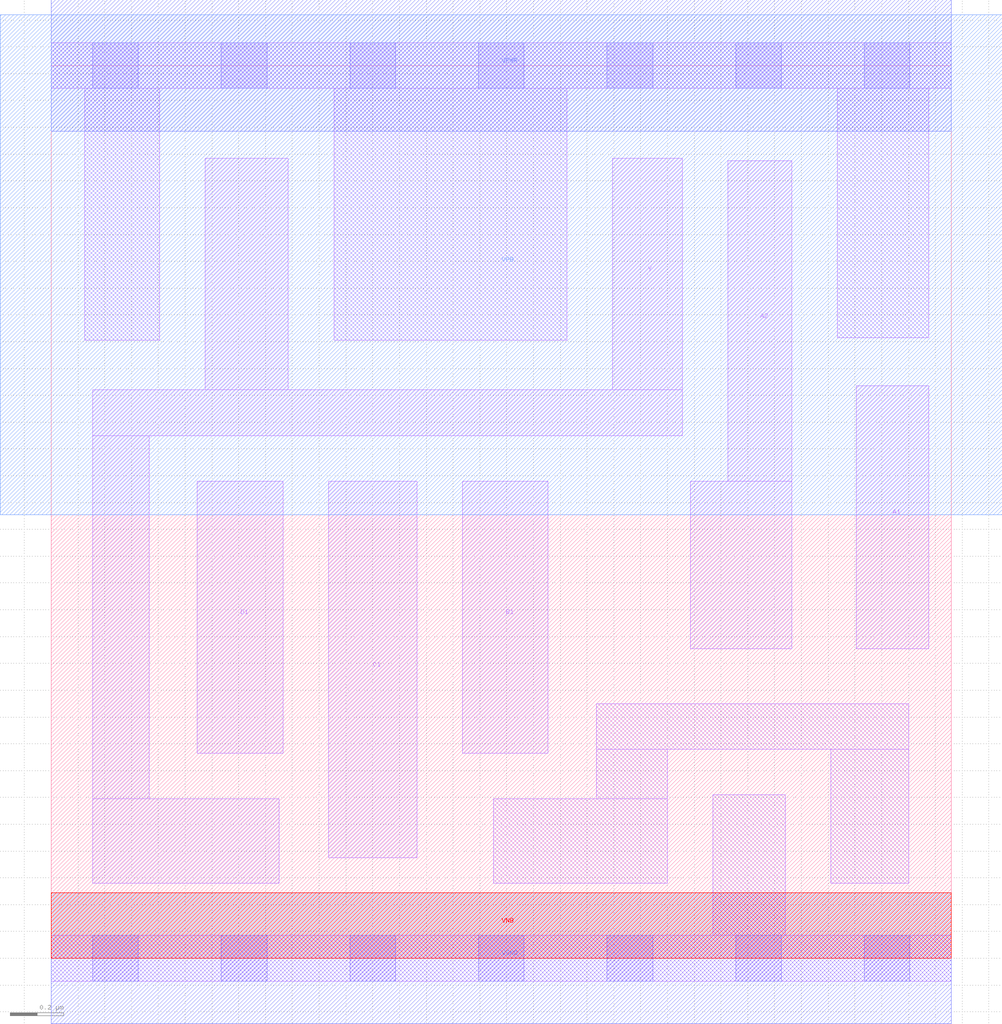
<source format=lef>
# Copyright 2020 The SkyWater PDK Authors
#
# Licensed under the Apache License, Version 2.0 (the "License");
# you may not use this file except in compliance with the License.
# You may obtain a copy of the License at
#
#     https://www.apache.org/licenses/LICENSE-2.0
#
# Unless required by applicable law or agreed to in writing, software
# distributed under the License is distributed on an "AS IS" BASIS,
# WITHOUT WARRANTIES OR CONDITIONS OF ANY KIND, either express or implied.
# See the License for the specific language governing permissions and
# limitations under the License.
#
# SPDX-License-Identifier: Apache-2.0

VERSION 5.7 ;
  NOWIREEXTENSIONATPIN ON ;
  DIVIDERCHAR "/" ;
  BUSBITCHARS "[]" ;
MACRO sky130_fd_sc_lp__o2111ai_0
  CLASS CORE ;
  FOREIGN sky130_fd_sc_lp__o2111ai_0 ;
  ORIGIN  0.000000  0.000000 ;
  SIZE  3.360000 BY  3.330000 ;
  SYMMETRY X Y R90 ;
  SITE unit ;
  PIN A1
    ANTENNAGATEAREA  0.159000 ;
    DIRECTION INPUT ;
    USE SIGNAL ;
    PORT
      LAYER li1 ;
        RECT 3.005000 1.155000 3.275000 2.135000 ;
    END
  END A1
  PIN A2
    ANTENNAGATEAREA  0.159000 ;
    DIRECTION INPUT ;
    USE SIGNAL ;
    PORT
      LAYER li1 ;
        RECT 2.385000 1.155000 2.765000 1.780000 ;
        RECT 2.525000 1.780000 2.765000 2.975000 ;
    END
  END A2
  PIN B1
    ANTENNAGATEAREA  0.159000 ;
    DIRECTION INPUT ;
    USE SIGNAL ;
    PORT
      LAYER li1 ;
        RECT 1.535000 0.765000 1.855000 1.780000 ;
    END
  END B1
  PIN C1
    ANTENNAGATEAREA  0.159000 ;
    DIRECTION INPUT ;
    USE SIGNAL ;
    PORT
      LAYER li1 ;
        RECT 1.035000 0.375000 1.365000 1.780000 ;
    END
  END C1
  PIN D1
    ANTENNAGATEAREA  0.159000 ;
    DIRECTION INPUT ;
    USE SIGNAL ;
    PORT
      LAYER li1 ;
        RECT 0.545000 0.765000 0.865000 1.780000 ;
    END
  END D1
  PIN Y
    ANTENNADIFFAREA  0.644500 ;
    DIRECTION OUTPUT ;
    USE SIGNAL ;
    PORT
      LAYER li1 ;
        RECT 0.155000 0.280000 0.850000 0.595000 ;
        RECT 0.155000 0.595000 0.365000 1.950000 ;
        RECT 0.155000 1.950000 2.355000 2.120000 ;
        RECT 0.575000 2.120000 0.885000 2.985000 ;
        RECT 2.095000 2.120000 2.355000 2.985000 ;
    END
  END Y
  PIN VGND
    DIRECTION INOUT ;
    USE GROUND ;
    PORT
      LAYER met1 ;
        RECT 0.000000 -0.245000 3.360000 0.245000 ;
    END
  END VGND
  PIN VNB
    DIRECTION INOUT ;
    USE GROUND ;
    PORT
      LAYER pwell ;
        RECT 0.000000 0.000000 3.360000 0.245000 ;
    END
  END VNB
  PIN VPB
    DIRECTION INOUT ;
    USE POWER ;
    PORT
      LAYER nwell ;
        RECT -0.190000 1.655000 3.550000 3.520000 ;
    END
  END VPB
  PIN VPWR
    DIRECTION INOUT ;
    USE POWER ;
    PORT
      LAYER met1 ;
        RECT 0.000000 3.085000 3.360000 3.575000 ;
    END
  END VPWR
  OBS
    LAYER li1 ;
      RECT 0.000000 -0.085000 3.360000 0.085000 ;
      RECT 0.000000  3.245000 3.360000 3.415000 ;
      RECT 0.125000  2.305000 0.405000 3.245000 ;
      RECT 1.055000  2.305000 1.925000 3.245000 ;
      RECT 1.650000  0.280000 2.300000 0.595000 ;
      RECT 2.035000  0.595000 2.300000 0.780000 ;
      RECT 2.035000  0.780000 3.200000 0.950000 ;
      RECT 2.470000  0.085000 2.740000 0.610000 ;
      RECT 2.910000  0.280000 3.200000 0.780000 ;
      RECT 2.935000  2.315000 3.275000 3.245000 ;
    LAYER mcon ;
      RECT 0.155000 -0.085000 0.325000 0.085000 ;
      RECT 0.155000  3.245000 0.325000 3.415000 ;
      RECT 0.635000 -0.085000 0.805000 0.085000 ;
      RECT 0.635000  3.245000 0.805000 3.415000 ;
      RECT 1.115000 -0.085000 1.285000 0.085000 ;
      RECT 1.115000  3.245000 1.285000 3.415000 ;
      RECT 1.595000 -0.085000 1.765000 0.085000 ;
      RECT 1.595000  3.245000 1.765000 3.415000 ;
      RECT 2.075000 -0.085000 2.245000 0.085000 ;
      RECT 2.075000  3.245000 2.245000 3.415000 ;
      RECT 2.555000 -0.085000 2.725000 0.085000 ;
      RECT 2.555000  3.245000 2.725000 3.415000 ;
      RECT 3.035000 -0.085000 3.205000 0.085000 ;
      RECT 3.035000  3.245000 3.205000 3.415000 ;
  END
END sky130_fd_sc_lp__o2111ai_0
END LIBRARY

</source>
